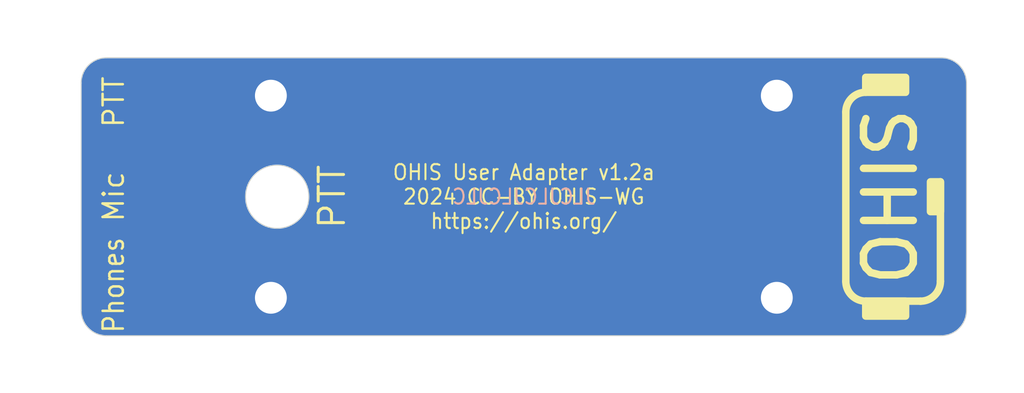
<source format=kicad_pcb>
(kicad_pcb (version 20221018) (generator pcbnew)
  (layers (0 "F.Cu" signal) (31 "B.Cu" signal) (34 "B.Paste" user) (35 "F.Paste" user) (36 "B.SilkS" user "B.Silkscreen") (37 "F.SilkS" user "F.Silkscreen") (38 "B.Mask" user) (39 "F.Mask" user) (44 "Edge.Cuts" user))
  (net 0 "")
  (net 1 "GND")
  (footprint "MountingHole:MountingHole_3.2mm_M3_Pad" (layer "F.Cu") (at 133.35 66.04)
    (fp_text reference "H3" hide)
    (fp_text value "MountingHole_Pad")
    (pad "1" thru_hole circle locked (at 0 0) (size 6.4 6.4) (drill 3.2) (layers "*.Cu" "*.Mask") (net 1 "GND"))
  )
  (footprint "Libraries:Logo_OHIS_Large" (layer "F.Cu") (at 144.78 76.2 90)
    (fp_text reference "G1" hide)
    (fp_text value "Logo_OHIS" hide)
    (fp_text user "OHIS" (at 0 0 90 unlocked) (layer "F.SilkS") (effects (font (size 5 5) (thickness 0.75))))
    (fp_line (start -10.5 -2.5) (end -10.5 2.999999) (stroke (width 0.75)) (layer "F.SilkS"))
    (fp_line (start 1.5 5) (end -8.499999 4.999999) (stroke (width 0.75)) (layer "F.SilkS"))
    (fp_line (start 8.499999 -4.499999) (end -8.5 -4.5) (stroke (width 0.75)) (layer "F.SilkS"))
    (fp_rect (start -10.5 -2.5) (end -12 1.5) (stroke (width 0.75)) (fill solid) (layer "F.SilkS"))
    (fp_rect (start 1.5 4) (end -1.5 5) (stroke (width 0.75)) (fill solid) (layer "F.SilkS"))
    (fp_rect (start 11.999999 -2.499999) (end 10.499999 1.500001) (stroke (width 0.75)) (fill solid) (layer "F.SilkS"))
    (fp_arc (start -10.5 -2.5) (mid -9.914214 -3.914214) (end -8.5 -4.5) (stroke (width 0.75)) (layer "F.SilkS"))
    (fp_arc (start -8.499999 4.999999) (mid -9.914213 4.414213) (end -10.499999 2.999999) (stroke (width 0.75)) (layer "F.SilkS"))
    (fp_arc (start 8.499999 -4.499999) (mid 9.914213 -3.914213) (end 10.499999 -2.499999) (stroke (width 0.75)) (layer "F.SilkS"))
  )
  (footprint "MountingHole:MountingHole_3.2mm_M3_Pad" (layer "F.Cu") (at 82.55 86.36)
    (fp_text reference "H2" hide)
    (fp_text value "MountingHole_Pad")
    (pad "1" thru_hole circle locked (at 0 0) (size 6.4 6.4) (drill 3.2) (layers "*.Cu" "*.Mask") (net 1 "GND"))
  )
  (footprint "MountingHole:MountingHole_3.2mm_M3_Pad" (layer "F.Cu") (at 82.55 66.04)
    (fp_text reference "H1" hide)
    (fp_text value "MountingHole_Pad")
    (pad "1" thru_hole circle locked (at 0 0) (size 6.4 6.4) (drill 3.2) (layers "*.Cu" "*.Mask") (net 1 "GND"))
  )
  (footprint "MountingHole:MountingHole_3.2mm_M3_Pad" (layer "F.Cu") (at 133.35 86.36)
    (fp_text reference "H4" hide)
    (fp_text value "MountingHole_Pad")
    (pad "1" thru_hole circle locked (at 0 0) (size 6.4 6.4) (drill 3.2) (layers "*.Cu" "*.Mask") (net 1 "GND"))
  )
  (gr_line locked (start 66.04 90.17) (end 149.86 90.17) (stroke (width 0.1)) (layer "Edge.Cuts"))
  (gr_line locked (start 152.4 87.63) (end 152.4 64.77) (stroke (width 0.1)) (layer "Edge.Cuts"))
  (gr_circle (center 83.185 76.2) (end 86.36 76.2) (stroke (width 0.1)) (fill none) (layer "Edge.Cuts"))
  (gr_line locked (start 149.86 62.23) (end 66.04 62.23) (stroke (width 0.1)) (layer "Edge.Cuts"))
  (gr_line locked (start 63.5 64.77) (end 63.5 87.63) (stroke (width 0.1)) (layer "Edge.Cuts"))
  (gr_arc locked (start 152.4 87.63) (mid 151.656051 89.426051) (end 149.86 90.17) (stroke (width 0.1)) (layer "Edge.Cuts"))
  (gr_arc locked (start 63.5 64.77) (mid 64.243949 62.973949) (end 66.04 62.23) (stroke (width 0.1)) (layer "Edge.Cuts"))
  (gr_arc locked (start 66.04 90.17) (mid 64.243949 89.426051) (end 63.5 87.63) (stroke (width 0.1)) (layer "Edge.Cuts"))
  (gr_arc locked (start 149.86 62.23) (mid 151.656051 62.973949) (end 152.4 64.77) (stroke (width 0.1)) (layer "Edge.Cuts"))
  (gr_text "JLCJLCJLCJLC" (at 107.95 76.2) (layer "B.SilkS") (effects (font (size 1.524 1.397) (thickness 0.2032)) (justify mirror)))
  (gr_text "Mic" (at 67.945 76.2 90) (layer "F.SilkS") (effects (font (size 2.032 2.032) (thickness 0.254)) (justify bottom)))
  (gr_text "OHIS User Adapter v1.2a\n2024 CC-BY OHIS-WG\nhttps://ohis.org/" (at 107.95 76.2) (layer "F.SilkS") (effects (font (size 1.524 1.397) (thickness 0.2032))))
  (gr_text "Phones" (at 67.945 85.09 90) (layer "F.SilkS") (effects (font (size 2.032 1.778) (thickness 0.254)) (justify bottom)))
  (gr_text "PTT" (at 67.945 66.675 90) (layer "F.SilkS") (effects (font (size 2.032 2.032) (thickness 0.254)) (justify bottom)))
  (gr_text "PTT" (at 90.17 76.2 90) (layer "F.SilkS") (effects (font (size 2.54 2.54) (thickness 0.3048)) (justify bottom)))
  (zone (net 1) (net_name "GND") (layers "F&B.Cu") (connect_pads yes (clearance 0.5)) (min_thickness 0.25) (fill yes (thermal_gap 0.5) (thermal_bridge_width 0.5))
    (polygon (pts (xy 62.865 61.595) (xy 153.035 61.595) (xy 153.035 90.805) (xy 62.865 90.805)))
  )
)
</source>
